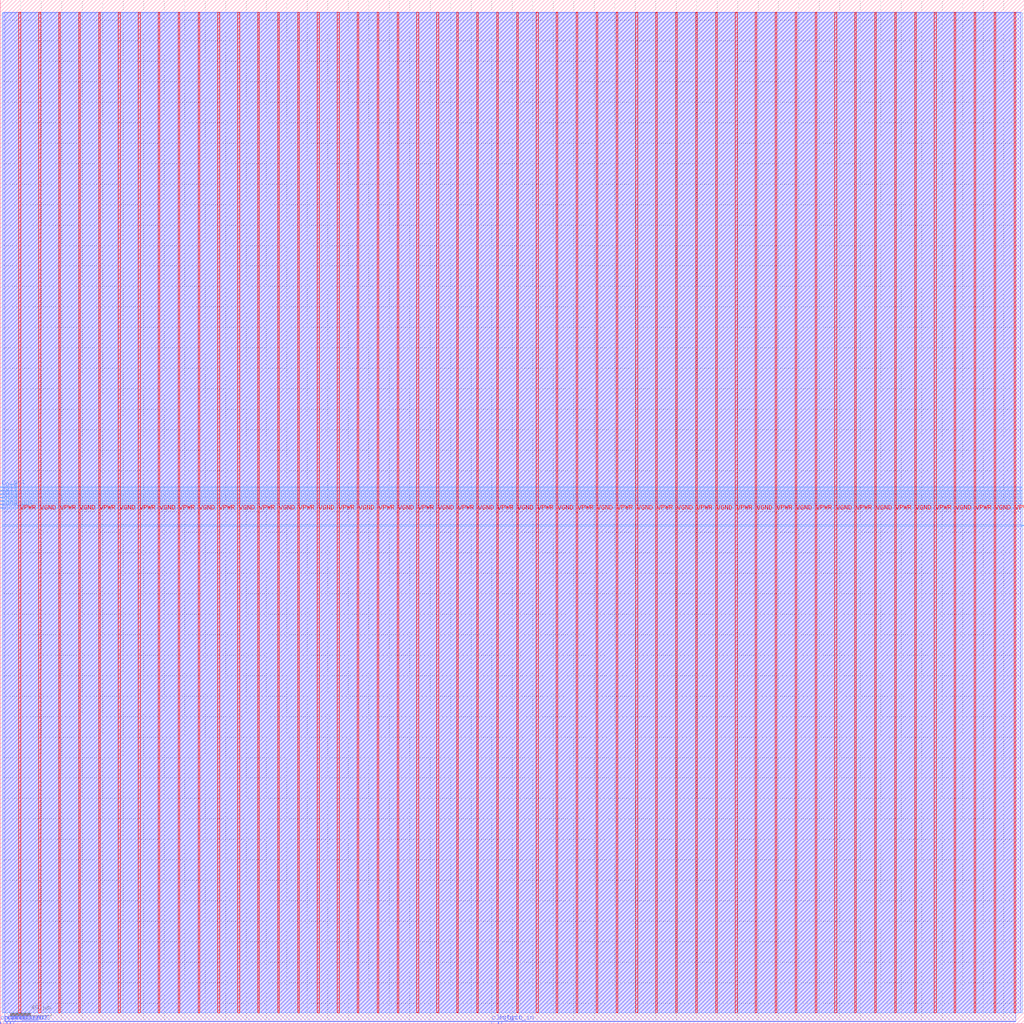
<source format=lef>
VERSION 5.7 ;
  NOWIREEXTENSIONATPIN ON ;
  DIVIDERCHAR "/" ;
  BUSBITCHARS "[]" ;
MACRO systolic_top_uart_4parallel_q8_24
  CLASS BLOCK ;
  FOREIGN systolic_top_uart_4parallel_q8_24 ;
  ORIGIN 0.000 0.000 ;
  SIZE 1000.000 BY 1000.000 ;
  PIN VGND
    DIRECTION INOUT ;
    USE GROUND ;
    PORT
      LAYER met4 ;
        RECT 37.715 10.640 39.315 987.600 ;
    END
    PORT
      LAYER met4 ;
        RECT 76.585 10.640 78.185 987.600 ;
    END
    PORT
      LAYER met4 ;
        RECT 115.455 10.640 117.055 987.600 ;
    END
    PORT
      LAYER met4 ;
        RECT 154.325 10.640 155.925 987.600 ;
    END
    PORT
      LAYER met4 ;
        RECT 193.195 10.640 194.795 987.600 ;
    END
    PORT
      LAYER met4 ;
        RECT 232.065 10.640 233.665 987.600 ;
    END
    PORT
      LAYER met4 ;
        RECT 270.935 10.640 272.535 987.600 ;
    END
    PORT
      LAYER met4 ;
        RECT 309.805 10.640 311.405 987.600 ;
    END
    PORT
      LAYER met4 ;
        RECT 348.675 10.640 350.275 987.600 ;
    END
    PORT
      LAYER met4 ;
        RECT 387.545 10.640 389.145 987.600 ;
    END
    PORT
      LAYER met4 ;
        RECT 426.415 10.640 428.015 987.600 ;
    END
    PORT
      LAYER met4 ;
        RECT 465.285 10.640 466.885 987.600 ;
    END
    PORT
      LAYER met4 ;
        RECT 504.155 10.640 505.755 987.600 ;
    END
    PORT
      LAYER met4 ;
        RECT 543.025 10.640 544.625 987.600 ;
    END
    PORT
      LAYER met4 ;
        RECT 581.895 10.640 583.495 987.600 ;
    END
    PORT
      LAYER met4 ;
        RECT 620.765 10.640 622.365 987.600 ;
    END
    PORT
      LAYER met4 ;
        RECT 659.635 10.640 661.235 987.600 ;
    END
    PORT
      LAYER met4 ;
        RECT 698.505 10.640 700.105 987.600 ;
    END
    PORT
      LAYER met4 ;
        RECT 737.375 10.640 738.975 987.600 ;
    END
    PORT
      LAYER met4 ;
        RECT 776.245 10.640 777.845 987.600 ;
    END
    PORT
      LAYER met4 ;
        RECT 815.115 10.640 816.715 987.600 ;
    END
    PORT
      LAYER met4 ;
        RECT 853.985 10.640 855.585 987.600 ;
    END
    PORT
      LAYER met4 ;
        RECT 892.855 10.640 894.455 987.600 ;
    END
    PORT
      LAYER met4 ;
        RECT 931.725 10.640 933.325 987.600 ;
    END
    PORT
      LAYER met4 ;
        RECT 970.595 10.640 972.195 987.600 ;
    END
  END VGND
  PIN VPWR
    DIRECTION INOUT ;
    USE POWER ;
    PORT
      LAYER met4 ;
        RECT 18.280 10.640 19.880 987.600 ;
    END
    PORT
      LAYER met4 ;
        RECT 57.150 10.640 58.750 987.600 ;
    END
    PORT
      LAYER met4 ;
        RECT 96.020 10.640 97.620 987.600 ;
    END
    PORT
      LAYER met4 ;
        RECT 134.890 10.640 136.490 987.600 ;
    END
    PORT
      LAYER met4 ;
        RECT 173.760 10.640 175.360 987.600 ;
    END
    PORT
      LAYER met4 ;
        RECT 212.630 10.640 214.230 987.600 ;
    END
    PORT
      LAYER met4 ;
        RECT 251.500 10.640 253.100 987.600 ;
    END
    PORT
      LAYER met4 ;
        RECT 290.370 10.640 291.970 987.600 ;
    END
    PORT
      LAYER met4 ;
        RECT 329.240 10.640 330.840 987.600 ;
    END
    PORT
      LAYER met4 ;
        RECT 368.110 10.640 369.710 987.600 ;
    END
    PORT
      LAYER met4 ;
        RECT 406.980 10.640 408.580 987.600 ;
    END
    PORT
      LAYER met4 ;
        RECT 445.850 10.640 447.450 987.600 ;
    END
    PORT
      LAYER met4 ;
        RECT 484.720 10.640 486.320 987.600 ;
    END
    PORT
      LAYER met4 ;
        RECT 523.590 10.640 525.190 987.600 ;
    END
    PORT
      LAYER met4 ;
        RECT 562.460 10.640 564.060 987.600 ;
    END
    PORT
      LAYER met4 ;
        RECT 601.330 10.640 602.930 987.600 ;
    END
    PORT
      LAYER met4 ;
        RECT 640.200 10.640 641.800 987.600 ;
    END
    PORT
      LAYER met4 ;
        RECT 679.070 10.640 680.670 987.600 ;
    END
    PORT
      LAYER met4 ;
        RECT 717.940 10.640 719.540 987.600 ;
    END
    PORT
      LAYER met4 ;
        RECT 756.810 10.640 758.410 987.600 ;
    END
    PORT
      LAYER met4 ;
        RECT 795.680 10.640 797.280 987.600 ;
    END
    PORT
      LAYER met4 ;
        RECT 834.550 10.640 836.150 987.600 ;
    END
    PORT
      LAYER met4 ;
        RECT 873.420 10.640 875.020 987.600 ;
    END
    PORT
      LAYER met4 ;
        RECT 912.290 10.640 913.890 987.600 ;
    END
    PORT
      LAYER met4 ;
        RECT 951.160 10.640 952.760 987.600 ;
    END
    PORT
      LAYER met4 ;
        RECT 990.030 10.640 991.630 987.600 ;
    END
  END VPWR
  PIN busy_out
    DIRECTION OUTPUT TRISTATE ;
    USE SIGNAL ;
    PORT
      LAYER met3 ;
        RECT 998.000 486.240 1000.000 486.840 ;
    END
  END busy_out
  PIN clk_in
    DIRECTION INPUT ;
    USE SIGNAL ;
    PORT
      LAYER met2 ;
        RECT 479.870 0.000 480.150 2.000 ;
    END
  END clk_in
  PIN done_out
    DIRECTION OUTPUT TRISTATE ;
    USE SIGNAL ;
    PORT
      LAYER met3 ;
        RECT 0.000 503.240 2.000 503.840 ;
    END
  END done_out
  PIN opcode_in0
    DIRECTION INPUT ;
    USE SIGNAL ;
    PORT
      LAYER met2 ;
        RECT 0.090 0.000 0.370 2.000 ;
    END
  END opcode_in0
  PIN opcode_in1
    DIRECTION INPUT ;
    USE SIGNAL ;
    PORT
      LAYER met2 ;
        RECT 3.310 0.000 3.590 2.000 ;
    END
  END opcode_in1
  PIN opcode_in2
    DIRECTION INPUT ;
    USE SIGNAL ;
    PORT
      LAYER met2 ;
        RECT 6.530 0.000 6.810 2.000 ;
    END
  END opcode_in2
  PIN opcode_in3
    DIRECTION INPUT ;
    USE SIGNAL ;
    PORT
      LAYER met2 ;
        RECT 9.750 0.000 10.030 2.000 ;
    END
  END opcode_in3
  PIN out4
    DIRECTION OUTPUT TRISTATE ;
    USE SIGNAL ;
    PORT
      LAYER met3 ;
        RECT 0.000 513.440 2.000 514.040 ;
    END
  END out4
  PIN out5
    DIRECTION OUTPUT TRISTATE ;
    USE SIGNAL ;
    PORT
      LAYER met3 ;
        RECT 0.000 516.840 2.000 517.440 ;
    END
  END out5
  PIN out6
    DIRECTION OUTPUT TRISTATE ;
    USE SIGNAL ;
    PORT
      LAYER met3 ;
        RECT 0.000 520.240 2.000 520.840 ;
    END
  END out6
  PIN out7
    DIRECTION OUTPUT TRISTATE ;
    USE SIGNAL ;
    PORT
      LAYER met3 ;
        RECT 0.000 506.640 2.000 507.240 ;
    END
  END out7
  PIN out8
    DIRECTION OUTPUT TRISTATE ;
    USE SIGNAL ;
    PORT
      LAYER met3 ;
        RECT 0.000 510.040 2.000 510.640 ;
    END
  END out8
  PIN rst_in
    DIRECTION INPUT ;
    USE SIGNAL ;
    PORT
      LAYER met2 ;
        RECT 486.310 0.000 486.590 2.000 ;
    END
  END rst_in
  PIN rx_out
    DIRECTION OUTPUT TRISTATE ;
    USE SIGNAL ;
    PORT
      LAYER met3 ;
        RECT 0.000 523.640 2.000 524.240 ;
    END
  END rx_out
  PIN start_in
    DIRECTION INPUT ;
    USE SIGNAL ;
    PORT
      LAYER met2 ;
        RECT 489.530 0.000 489.810 2.000 ;
    END
  END start_in
  PIN tx_in
    DIRECTION INPUT ;
    USE SIGNAL ;
    PORT
      LAYER met2 ;
        RECT 12.970 0.000 13.250 2.000 ;
    END
  END tx_in
  OBS
      LAYER li1 ;
        RECT 2.760 10.795 996.820 987.445 ;
      LAYER met1 ;
        RECT 2.760 10.640 996.820 987.600 ;
      LAYER met2 ;
        RECT 4.230 2.280 991.600 987.545 ;
        RECT 4.230 2.000 6.250 2.280 ;
        RECT 7.090 2.000 9.470 2.280 ;
        RECT 10.310 2.000 12.690 2.280 ;
        RECT 13.530 2.000 479.590 2.280 ;
        RECT 480.430 2.000 486.030 2.280 ;
        RECT 486.870 2.000 489.250 2.280 ;
        RECT 490.090 2.000 991.600 2.280 ;
      LAYER met3 ;
        RECT 2.000 524.640 998.000 987.525 ;
        RECT 2.400 523.240 998.000 524.640 ;
        RECT 2.000 521.240 998.000 523.240 ;
        RECT 2.400 519.840 998.000 521.240 ;
        RECT 2.000 517.840 998.000 519.840 ;
        RECT 2.400 516.440 998.000 517.840 ;
        RECT 2.000 514.440 998.000 516.440 ;
        RECT 2.400 513.040 998.000 514.440 ;
        RECT 2.000 511.040 998.000 513.040 ;
        RECT 2.400 509.640 998.000 511.040 ;
        RECT 2.000 507.640 998.000 509.640 ;
        RECT 2.400 506.240 998.000 507.640 ;
        RECT 2.000 504.240 998.000 506.240 ;
        RECT 2.400 502.840 998.000 504.240 ;
        RECT 2.000 487.240 998.000 502.840 ;
        RECT 2.000 485.840 997.600 487.240 ;
        RECT 2.000 10.715 998.000 485.840 ;
  END
END systolic_top_uart_4parallel_q8_24
END LIBRARY


</source>
